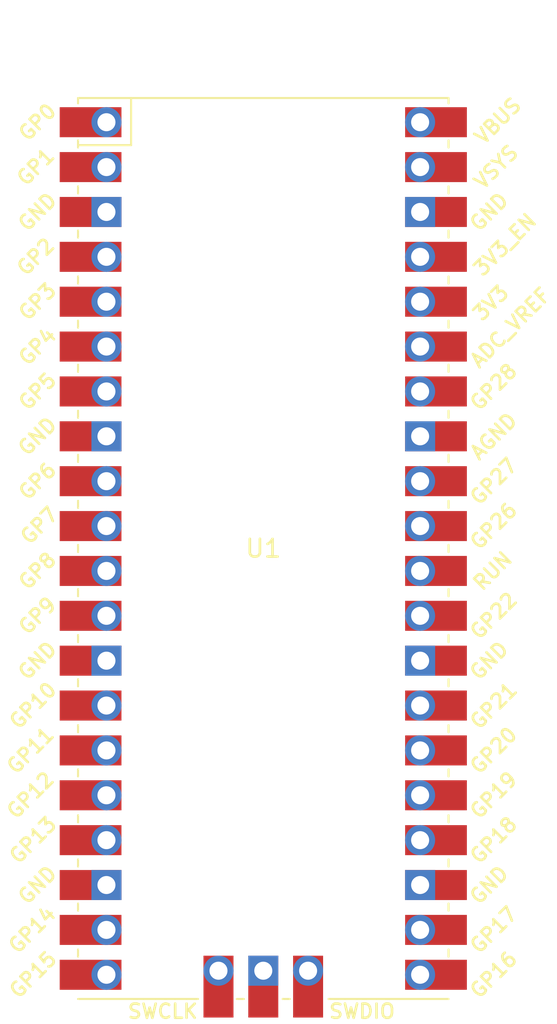
<source format=kicad_pcb>
(kicad_pcb (version 20211014) (generator pcbnew)
  (layers (0 "F.Cu" signal) (31 "B.Cu" signal) (34 "B.Paste" user) (35 "F.Paste" user) (36 "B.SilkS" user "B.Silkscreen") (37 "F.SilkS" user "F.Silkscreen") (38 "B.Mask" user) (39 "F.Mask" user) (44 "Edge.Cuts" user))
  (net 0 "")
  (footprint "MCU_RaspberryPi_and_Boards:RPi_Pico_SMD_TH" (layer "F.Cu") (at 151.5 93.25)
    (fp_text reference "U1" (at 0 0) (layer "F.SilkS"))
    (fp_text value "Pico")
    (fp_text user "GND" (at -12.8 -19.05 45) (layer "F.SilkS") (effects (font (size 0.8 0.8))))
    (fp_text user "GP20" (at 13.054 11.43 45) (layer "F.SilkS") (effects (font (size 0.8 0.8))))
    (fp_text user "VBUS" (at 13.3 -24.2 45) (layer "F.SilkS") (effects (font (size 0.8 0.8))))
    (fp_text user "GP7" (at -12.7 -1.3 45) (layer "F.SilkS") (effects (font (size 0.8 0.8))))
    (fp_text user "ADC_VREF" (at 14 -12.5 45) (layer "F.SilkS") (effects (font (size 0.8 0.8))))
    (fp_text user "GP15" (at -13.054 24.13 45) (layer "F.SilkS") (effects (font (size 0.8 0.8))))
    (fp_text user "GP0" (at -12.8 -24.13 45) (layer "F.SilkS") (effects (font (size 0.8 0.8))))
    (fp_text user "GND" (at -12.8 19.05 45) (layer "F.SilkS") (effects (font (size 0.8 0.8))))
    (fp_text user "GP2" (at -12.9 -16.51 45) (layer "F.SilkS") (effects (font (size 0.8 0.8))))
    (fp_text user "3V3_EN" (at 13.7 -17.2 45) (layer "F.SilkS") (effects (font (size 0.8 0.8))))
    (fp_text user "GP17" (at 13.054 21.59 45) (layer "F.SilkS") (effects (font (size 0.8 0.8))))
    (fp_text user "GP12" (at -13.2 13.97 45) (layer "F.SilkS") (effects (font (size 0.8 0.8))))
    (fp_text user "GP28" (at 13.054 -9.144 45) (layer "F.SilkS") (effects (font (size 0.8 0.8))))
    (fp_text user "GND" (at -12.8 6.35 45) (layer "F.SilkS") (effects (font (size 0.8 0.8))))
    (fp_text user "GP11" (at -13.2 11.43 45) (layer "F.SilkS") (effects (font (size 0.8 0.8))))
    (fp_text user "GP8" (at -12.8 1.27 45) (layer "F.SilkS") (effects (font (size 0.8 0.8))))
    (fp_text user "SWDIO" (at 5.6 26.2) (layer "F.SilkS") (effects (font (size 0.8 0.8))))
    (fp_text user "GP26" (at 13.054 -1.27 45) (layer "F.SilkS") (effects (font (size 0.8 0.8))))
    (fp_text user "GP14" (at -13.1 21.59 45) (layer "F.SilkS") (effects (font (size 0.8 0.8))))
    (fp_text user "AGND" (at 13.054 -6.35 45) (layer "F.SilkS") (effects (font (size 0.8 0.8))))
    (fp_text user "RUN" (at 13 1.27 45) (layer "F.SilkS") (effects (font (size 0.8 0.8))))
    (fp_text user "GP13" (at -13.054 16.51 45) (layer "F.SilkS") (effects (font (size 0.8 0.8))))
    (fp_text user "GP16" (at 13.054 24.13 45) (layer "F.SilkS") (effects (font (size 0.8 0.8))))
    (fp_text user "VSYS" (at 13.2 -21.59 45) (layer "F.SilkS") (effects (font (size 0.8 0.8))))
    (fp_text user "GND" (at 12.8 -19.05 45) (layer "F.SilkS") (effects (font (size 0.8 0.8))))
    (fp_text user "GP3" (at -12.8 -13.97 45) (layer "F.SilkS") (effects (font (size 0.8 0.8))))
    (fp_text user "GP21" (at 13.054 8.9 45) (layer "F.SilkS") (effects (font (size 0.8 0.8))))
    (fp_text user "GP27" (at 13.054 -3.8 45) (layer "F.SilkS") (effects (font (size 0.8 0.8))))
    (fp_text user "GND" (at 12.8 6.35 45) (layer "F.SilkS") (effects (font (size 0.8 0.8))))
    (fp_text user "GP10" (at -13.054 8.89 45) (layer "F.SilkS") (effects (font (size 0.8 0.8))))
    (fp_text user "GP6" (at -12.8 -3.81 45) (layer "F.SilkS") (effects (font (size 0.8 0.8))))
    (fp_text user "GND" (at 12.8 19.05 45) (layer "F.SilkS") (effects (font (size 0.8 0.8))))
    (fp_text user "SWCLK" (at -5.7 26.2) (layer "F.SilkS") (effects (font (size 0.8 0.8))))
    (fp_text user "GP9" (at -12.8 3.81 45) (layer "F.SilkS") (effects (font (size 0.8 0.8))))
    (fp_text user "GND" (at -12.8 -6.35 45) (layer "F.SilkS") (effects (font (size 0.8 0.8))))
    (fp_text user "GP19" (at 13.054 13.97 45) (layer "F.SilkS") (effects (font (size 0.8 0.8))))
    (fp_text user "GP18" (at 13.054 16.51 45) (layer "F.SilkS") (effects (font (size 0.8 0.8))))
    (fp_text user "GP1" (at -12.9 -21.6 45) (layer "F.SilkS") (effects (font (size 0.8 0.8))))
    (fp_text user "GP22" (at 13.054 3.81 45) (layer "F.SilkS") (effects (font (size 0.8 0.8))))
    (fp_text user "GP4" (at -12.8 -11.43 45) (layer "F.SilkS") (effects (font (size 0.8 0.8))))
    (fp_text user "GP5" (at -12.8 -8.89 45) (layer "F.SilkS") (effects (font (size 0.8 0.8))))
    (fp_text user "3V3" (at 12.9 -13.9 45) (layer "F.SilkS") (effects (font (size 0.8 0.8))))
    (fp_line (start 10.5 10) (end 10.5 10.4) (layer "F.SilkS") (width 0.12))
    (fp_line (start 10.5 25.5) (end 3.7 25.5) (layer "F.SilkS") (width 0.12))
    (fp_line (start -10.5 -2.7) (end -10.5 -2.3) (layer "F.SilkS") (width 0.12))
    (fp_line (start 10.5 12.5) (end 10.5 12.9) (layer "F.SilkS") (width 0.12))
    (fp_line (start 10.5 -20.5) (end 10.5 -20.1) (layer "F.SilkS") (width 0.12))
    (fp_line (start -10.5 -22.833) (end -7.493 -22.833) (layer "F.SilkS") (width 0.12))
    (fp_line (start -10.5 -5.3) (end -10.5 -4.9) (layer "F.SilkS") (width 0.12))
    (fp_line (start 10.5 4.9) (end 10.5 5.3) (layer "F.SilkS") (width 0.12))
    (fp_line (start -10.5 10) (end -10.5 10.4) (layer "F.SilkS") (width 0.12))
    (fp_line (start -10.5 -12.9) (end -10.5 -12.5) (layer "F.SilkS") (width 0.12))
    (fp_line (start 10.5 -0.2) (end 10.5 0.2) (layer "F.SilkS") (width 0.12))
    (fp_line (start -10.5 7.4) (end -10.5 7.8) (layer "F.SilkS") (width 0.12))
    (fp_line (start -10.5 2.3) (end -10.5 2.7) (layer "F.SilkS") (width 0.12))
    (fp_line (start -1.5 25.5) (end -1.1 25.5) (layer "F.SilkS") (width 0.12))
    (fp_line (start 10.5 -5.3) (end 10.5 -4.9) (layer "F.SilkS") (width 0.12))
    (fp_line (start -10.5 -25.5) (end -10.5 -25.2) (layer "F.SilkS") (width 0.12))
    (fp_line (start -10.5 17.6) (end -10.5 18) (layer "F.SilkS") (width 0.12))
    (fp_line (start 10.5 7.4) (end 10.5 7.8) (layer "F.SilkS") (width 0.12))
    (fp_line (start -7.493 -22.833) (end -7.493 -25.5) (layer "F.SilkS") (width 0.12))
    (fp_line (start -10.5 -20.5) (end -10.5 -20.1) (layer "F.SilkS") (width 0.12))
    (fp_line (start 10.5 -15.4) (end 10.5 -15) (layer "F.SilkS") (width 0.12))
    (fp_line (start 10.5 17.6) (end 10.5 18) (layer "F.SilkS") (width 0.12))
    (fp_line (start -10.5 -15.4) (end -10.5 -15) (layer "F.SilkS") (width 0.12))
    (fp_line (start 10.5 -7.8) (end 10.5 -7.4) (layer "F.SilkS") (width 0.12))
    (fp_line (start -10.5 -18) (end -10.5 -17.6) (layer "F.SilkS") (width 0.12))
    (fp_line (start -10.5 -25.5) (end 10.5 -25.5) (layer "F.SilkS") (width 0.12))
    (fp_line (start 10.5 -2.7) (end 10.5 -2.3) (layer "F.SilkS") (width 0.12))
    (fp_line (start 10.5 22.7) (end 10.5 23.1) (layer "F.SilkS") (width 0.12))
    (fp_line (start -3.7 25.5) (end -10.5 25.5) (layer "F.SilkS") (width 0.12))
    (fp_line (start 10.5 -12.9) (end 10.5 -12.5) (layer "F.SilkS") (width 0.12))
    (fp_line (start -10.5 -7.8) (end -10.5 -7.4) (layer "F.SilkS") (width 0.12))
    (fp_line (start 10.5 -18) (end 10.5 -17.6) (layer "F.SilkS") (width 0.12))
    (fp_line (start 10.5 -23.1) (end 10.5 -22.7) (layer "F.SilkS") (width 0.12))
    (fp_line (start 1.1 25.5) (end 1.5 25.5) (layer "F.SilkS") (width 0.12))
    (fp_line (start -10.5 -10.4) (end -10.5 -10) (layer "F.SilkS") (width 0.12))
    (fp_line (start -10.5 22.7) (end -10.5 23.1) (layer "F.SilkS") (width 0.12))
    (fp_line (start -10.5 15.1) (end -10.5 15.5) (layer "F.SilkS") (width 0.12))
    (fp_line (start -10.5 20.1) (end -10.5 20.5) (layer "F.SilkS") (width 0.12))
    (fp_line (start 10.5 2.3) (end 10.5 2.7) (layer "F.SilkS") (width 0.12))
    (fp_line (start 10.5 15.1) (end 10.5 15.5) (layer "F.SilkS") (width 0.12))
    (fp_line (start 10.5 -25.5) (end 10.5 -25.2) (layer "F.SilkS") (width 0.12))
    (fp_line (start 10.5 -10.4) (end 10.5 -10) (layer "F.SilkS") (width 0.12))
    (fp_line (start -10.5 12.5) (end -10.5 12.9) (layer "F.SilkS") (width 0.12))
    (fp_line (start -10.5 -23.1) (end -10.5 -22.7) (layer "F.SilkS") (width 0.12))
    (fp_line (start 10.5 20.1) (end 10.5 20.5) (layer "F.SilkS") (width 0.12))
    (fp_line (start -10.5 -0.2) (end -10.5 0.2) (layer "F.SilkS") (width 0.12))
    (fp_line (start -10.5 4.9) (end -10.5 5.3) (layer "F.SilkS") (width 0.12))
    (pad "" np_thru_hole oval (at 2.725 -24) (size 1.8 1.8) (drill 1.8) (layers *.Cu *.Mask))
    (pad "" np_thru_hole oval (at -2.725 -24) (size 1.8 1.8) (drill 1.8) (layers *.Cu *.Mask))
    (pad "" np_thru_hole oval (at -2.425 -20.97) (size 1.5 1.5) (drill 1.5) (layers *.Cu *.Mask))
    (pad "" np_thru_hole oval (at 2.425 -20.97) (size 1.5 1.5) (drill 1.5) (layers *.Cu *.Mask))
    (pad "1" thru_hole oval (at -8.89 -24.13) (size 1.7 1.7) (drill 1.02) (layers *.Cu *.Mask))
    (pad "1" smd rect (at -8.89 -24.13) (size 3.5 1.7) (drill (offset -0.9 0)) (layers "F.Cu" "F.Mask"))
    (pad "2" smd rect (at -8.89 -21.59) (size 3.5 1.7) (drill (offset -0.9 0)) (layers "F.Cu" "F.Mask"))
    (pad "2" thru_hole oval (at -8.89 -21.59) (size 1.7 1.7) (drill 1.02) (layers *.Cu *.Mask))
    (pad "3" smd rect (at -8.89 -19.05) (size 3.5 1.7) (drill (offset -0.9 0)) (layers "F.Cu" "F.Mask"))
    (pad "3" thru_hole rect (at -8.89 -19.05) (size 1.7 1.7) (drill 1.02) (layers *.Cu *.Mask))
    (pad "4" smd rect (at -8.89 -16.51) (size 3.5 1.7) (drill (offset -0.9 0)) (layers "F.Cu" "F.Mask"))
    (pad "4" thru_hole oval (at -8.89 -16.51) (size 1.7 1.7) (drill 1.02) (layers *.Cu *.Mask))
    (pad "5" smd rect (at -8.89 -13.97) (size 3.5 1.7) (drill (offset -0.9 0)) (layers "F.Cu" "F.Mask"))
    (pad "5" thru_hole oval (at -8.89 -13.97) (size 1.7 1.7) (drill 1.02) (layers *.Cu *.Mask))
    (pad "6" thru_hole oval (at -8.89 -11.43) (size 1.7 1.7) (drill 1.02) (layers *.Cu *.Mask))
    (pad "6" smd rect (at -8.89 -11.43) (size 3.5 1.7) (drill (offset -0.9 0)) (layers "F.Cu" "F.Mask"))
    (pad "7" smd rect (at -8.89 -8.89) (size 3.5 1.7) (drill (offset -0.9 0)) (layers "F.Cu" "F.Mask"))
    (pad "7" thru_hole oval (at -8.89 -8.89) (size 1.7 1.7) (drill 1.02) (layers *.Cu *.Mask))
    (pad "8" smd rect (at -8.89 -6.35) (size 3.5 1.7) (drill (offset -0.9 0)) (layers "F.Cu" "F.Mask"))
    (pad "8" thru_hole rect (at -8.89 -6.35) (size 1.7 1.7) (drill 1.02) (layers *.Cu *.Mask))
    (pad "9" thru_hole oval (at -8.89 -3.81) (size 1.7 1.7) (drill 1.02) (layers *.Cu *.Mask))
    (pad "9" smd rect (at -8.89 -3.81) (size 3.5 1.7) (drill (offset -0.9 0)) (layers "F.Cu" "F.Mask"))
    (pad "10" smd rect (at -8.89 -1.27) (size 3.5 1.7) (drill (offset -0.9 0)) (layers "F.Cu" "F.Mask"))
    (pad "10" thru_hole oval (at -8.89 -1.27) (size 1.7 1.7) (drill 1.02) (layers *.Cu *.Mask))
    (pad "11" smd rect (at -8.89 1.27) (size 3.5 1.7) (drill (offset -0.9 0)) (layers "F.Cu" "F.Mask"))
    (pad "11" thru_hole oval (at -8.89 1.27) (size 1.7 1.7) (drill 1.02) (layers *.Cu *.Mask))
    (pad "12" thru_hole oval (at -8.89 3.81) (size 1.7 1.7) (drill 1.02) (layers *.Cu *.Mask))
    (pad "12" smd rect (at -8.89 3.81) (size 3.5 1.7) (drill (offset -0.9 0)) (layers "F.Cu" "F.Mask"))
    (pad "13" smd rect (at -8.89 6.35) (size 3.5 1.7) (drill (offset -0.9 0)) (layers "F.Cu" "F.Mask"))
    (pad "13" thru_hole rect (at -8.89 6.35) (size 1.7 1.7) (drill 1.02) (layers *.Cu *.Mask))
    (pad "14" thru_hole oval (at -8.89 8.89) (size 1.7 1.7) (drill 1.02) (layers *.Cu *.Mask))
    (pad "14" smd rect (at -8.89 8.89) (size 3.5 1.7) (drill (offset -0.9 0)) (layers "F.Cu" "F.Mask"))
    (pad "15" thru_hole oval (at -8.89 11.43) (size 1.7 1.7) (drill 1.02) (layers *.Cu *.Mask))
    (pad "15" smd rect (at -8.89 11.43) (size 3.5 1.7) (drill (offset -0.9 0)) (layers "F.Cu" "F.Mask"))
    (pad "16" thru_hole oval (at -8.89 13.97) (size 1.7 1.7) (drill 1.02) (layers *.Cu *.Mask))
    (pad "16" smd rect (at -8.89 13.97) (size 3.5 1.7) (drill (offset -0.9 0)) (layers "F.Cu" "F.Mask"))
    (pad "17" thru_hole oval (at -8.89 16.51) (size 1.7 1.7) (drill 1.02) (layers *.Cu *.Mask))
    (pad "17" smd rect (at -8.89 16.51) (size 3.5 1.7) (drill (offset -0.9 0)) (layers "F.Cu" "F.Mask"))
    (pad "18" smd rect (at -8.89 19.05) (size 3.5 1.7) (drill (offset -0.9 0)) (layers "F.Cu" "F.Mask"))
    (pad "18" thru_hole rect (at -8.89 19.05) (size 1.7 1.7) (drill 1.02) (layers *.Cu *.Mask))
    (pad "19" smd rect (at -8.89 21.59) (size 3.5 1.7) (drill (offset -0.9 0)) (layers "F.Cu" "F.Mask"))
    (pad "19" thru_hole oval (at -8.89 21.59) (size 1.7 1.7) (drill 1.02) (layers *.Cu *.Mask))
    (pad "20" thru_hole oval (at -8.89 24.13) (size 1.7 1.7) (drill 1.02) (layers *.Cu *.Mask))
    (pad "20" smd rect (at -8.89 24.13) (size 3.5 1.7) (drill (offset -0.9 0)) (layers "F.Cu" "F.Mask"))
    (pad "21" smd rect (at 8.89 24.13) (size 3.5 1.7) (drill (offset 0.9 0)) (layers "F.Cu" "F.Mask"))
    (pad "21" thru_hole oval (at 8.89 24.13) (size 1.7 1.7) (drill 1.02) (layers *.Cu *.Mask))
    (pad "22" smd rect (at 8.89 21.59) (size 3.5 1.7) (drill (offset 0.9 0)) (layers "F.Cu" "F.Mask"))
    (pad "22" thru_hole oval (at 8.89 21.59) (size 1.7 1.7) (drill 1.02) (layers *.Cu *.Mask))
    (pad "23" smd rect (at 8.89 19.05) (size 3.5 1.7) (drill (offset 0.9 0)) (layers "F.Cu" "F.Mask"))
    (pad "23" thru_hole rect (at 8.89 19.05) (size 1.7 1.7) (drill 1.02) (layers *.Cu *.Mask))
    (pad "24" smd rect (at 8.89 16.51) (size 3.5 1.7) (drill (offset 0.9 0)) (layers "F.Cu" "F.Mask"))
    (pad "24" thru_hole oval (at 8.89 16.51) (size 1.7 1.7) (drill 1.02) (layers *.Cu *.Mask))
    (pad "25" thru_hole oval (at 8.89 13.97) (size 1.7 1.7) (drill 1.02) (layers *.Cu *.Mask))
    (pad "25" smd rect (at 8.89 13.97) (size 3.5 1.7) (drill (offset 0.9 0)) (layers "F.Cu" "F.Mask"))
    (pad "26" thru_hole oval (at 8.89 11.43) (size 1.7 1.7) (drill 1.02) (layers *.Cu *.Mask))
    (pad "26" smd rect (at 8.89 11.43) (size 3.5 1.7) (drill (offset 0.9 0)) (layers "F.Cu" "F.Mask"))
    (pad "27" smd rect (at 8.89 8.89) (size 3.5 1.7) (drill (offset 0.9 0)) (layers "F.Cu" "F.Mask"))
    (pad "27" thru_hole oval (at 8.89 8.89) (size 1.7 1.7) (drill 1.02) (layers *.Cu *.Mask))
    (pad "28" thru_hole rect (at 8.89 6.35) (size 1.7 1.7) (drill 1.02) (layers *.Cu *.Mask))
    (pad "28" smd rect (at 8.89 6.35) (size 3.5 1.7) (drill (offset 0.9 0)) (layers "F.Cu" "F.Mask"))
    (pad "29" smd rect (at 8.89 3.81) (size 3.5 1.7) (drill (offset 0.9 0)) (layers "F.Cu" "F.Mask"))
    (pad "29" thru_hole oval (at 8.89 3.81) (size 1.7 1.7) (drill 1.02) (layers *.Cu *.Mask))
    (pad "30" thru_hole oval (at 8.89 1.27) (size 1.7 1.7) (drill 1.02) (layers *.Cu *.Mask))
    (pad "30" smd rect (at 8.89 1.27) (size 3.5 1.7) (drill (offset 0.9 0)) (layers "F.Cu" "F.Mask"))
    (pad "31" thru_hole oval (at 8.89 -1.27) (size 1.7 1.7) (drill 1.02) (layers *.Cu *.Mask))
    (pad "31" smd rect (at 8.89 -1.27) (size 3.5 1.7) (drill (offset 0.9 0)) (layers "F.Cu" "F.Mask"))
    (pad "32" thru_hole oval (at 8.89 -3.81) (size 1.7 1.7) (drill 1.02) (layers *.Cu *.Mask))
    (pad "32" smd rect (at 8.89 -3.81) (size 3.5 1.7) (drill (offset 0.9 0)) (layers "F.Cu" "F.Mask"))
    (pad "33" thru_hole rect (at 8.89 -6.35) (size 1.7 1.7) (drill 1.02) (layers *.Cu *.Mask))
    (pad "33" smd rect (at 8.89 -6.35) (size 3.5 1.7) (drill (offset 0.9 0)) (layers "F.Cu" "F.Mask"))
    (pad "34" smd rect (at 8.89 -8.89) (size 3.5 1.7) (drill (offset 0.9 0)) (layers "F.Cu" "F.Mask"))
    (pad "34" thru_hole oval (at 8.89 -8.89) (size 1.7 1.7) (drill 1.02) (layers *.Cu *.Mask))
    (pad "35" smd rect (at 8.89 -11.43) (size 3.5 1.7) (drill (offset 0.9 0)) (layers "F.Cu" "F.Mask"))
    (pad "35" thru_hole oval (at 8.89 -11.43) (size 1.7 1.7) (drill 1.02) (layers *.Cu *.Mask))
    (pad "36" thru_hole oval (at 8.89 -13.97) (size 1.7 1.7) (drill 1.02) (layers *.Cu *.Mask))
    (pad "36" smd rect (at 8.89 -13.97) (size 3.5 1.7) (drill (offset 0.9 0)) (layers "F.Cu" "F.Mask"))
    (pad "37" smd rect (at 8.89 -16.51) (size 3.5 1.7) (drill (offset 0.9 0)) (layers "F.Cu" "F.Mask"))
    (pad "37" thru_hole oval (at 8.89 -16.51) (size 1.7 1.7) (drill 1.02) (layers *.Cu *.Mask))
    (pad "38" thru_hole rect (at 8.89 -19.05) (size 1.7 1.7) (drill 1.02) (layers *.Cu *.Mask))
    (pad "38" smd rect (at 8.89 -19.05) (size 3.5 1.7) (drill (offset 0.9 0)) (layers "F.Cu" "F.Mask"))
    (pad "39" smd rect (at 8.89 -21.59) (size 3.5 1.7) (drill (offset 0.9 0)) (layers "F.Cu" "F.Mask"))
    (pad "39" thru_hole oval (at 8.89 -21.59) (size 1.7 1.7) (drill 1.02) (layers *.Cu *.Mask))
    (pad "40" smd rect (at 8.89 -24.13) (size 3.5 1.7) (drill (offset 0.9 0)) (layers "F.Cu" "F.Mask"))
    (pad "40" thru_hole oval (at 8.89 -24.13) (size 1.7 1.7) (drill 1.02) (layers *.Cu *.Mask))
    (pad "41" smd rect (at -2.54 23.9 90) (size 3.5 1.7) (drill (offset -0.9 0)) (layers "F.Cu" "F.Mask"))
    (pad "41" thru_hole oval (at -2.54 23.9) (size 1.7 1.7) (drill 1.02) (layers *.Cu *.Mask))
    (pad "42" smd rect (at 0 23.9 90) (size 3.5 1.7) (drill (offset -0.9 0)) (layers "F.Cu" "F.Mask"))
    (pad "42" thru_hole rect (at 0 23.9) (size 1.7 1.7) (drill 1.02) (layers *.Cu *.Mask))
    (pad "43" thru_hole oval (at 2.54 23.9) (size 1.7 1.7) (drill 1.02) (layers *.Cu *.Mask))
    (pad "43" smd rect (at 2.54 23.9 90) (size 3.5 1.7) (drill (offset -0.9 0)) (layers "F.Cu" "F.Mask"))
  )
)
</source>
